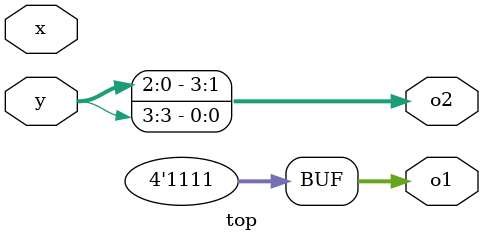
<source format=v>
module top #(
    parameter WIDTH = 4
)(
    input [WIDTH - 1: 0] x,
    input [WIDTH - 1: 0] y,
    output [WIDTH - 1: 0] o1,
    output [WIDTH - 1: 0] o2
);
assign o1 = {WIDTH{1'b1}};
assign o2[0] = y[WIDTH - 1];
assign o2[WIDTH - 1: 1] = y[WIDTH - 2: 0];
endmodule

</source>
